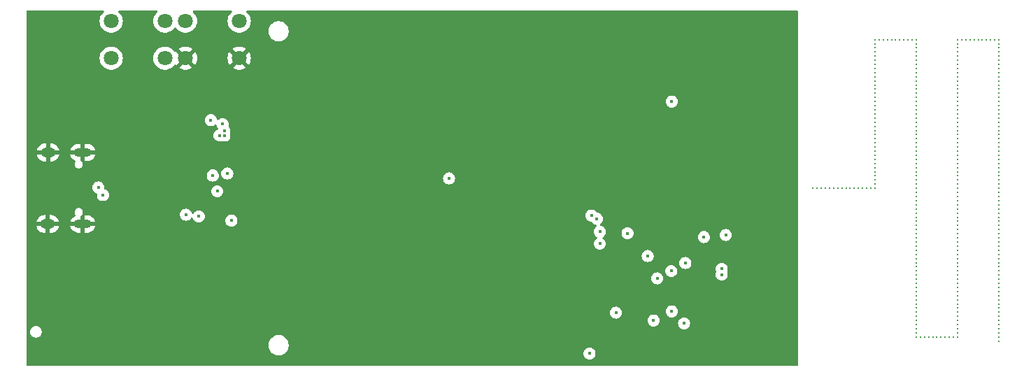
<source format=gbr>
%TF.GenerationSoftware,KiCad,Pcbnew,8.0.4*%
%TF.CreationDate,2024-08-17T13:27:17+02:00*%
%TF.ProjectId,letterboxsensor,6c657474-6572-4626-9f78-73656e736f72,rev?*%
%TF.SameCoordinates,Original*%
%TF.FileFunction,Copper,L3,Inr*%
%TF.FilePolarity,Positive*%
%FSLAX46Y46*%
G04 Gerber Fmt 4.6, Leading zero omitted, Abs format (unit mm)*
G04 Created by KiCad (PCBNEW 8.0.4) date 2024-08-17 13:27:17*
%MOMM*%
%LPD*%
G01*
G04 APERTURE LIST*
%TA.AperFunction,ComponentPad*%
%ADD10O,2.100000X1.100000*%
%TD*%
%TA.AperFunction,ComponentPad*%
%ADD11O,1.800000X1.200000*%
%TD*%
%TA.AperFunction,ComponentPad*%
%ADD12C,1.800000*%
%TD*%
%TA.AperFunction,ComponentPad*%
%ADD13C,0.300000*%
%TD*%
%TA.AperFunction,ViaPad*%
%ADD14C,0.450000*%
%TD*%
G04 APERTURE END LIST*
D10*
%TO.N,GND*%
%TO.C,U1*%
X78313049Y-60665989D03*
D11*
X74112948Y-60665989D03*
D10*
X78313049Y-69316002D03*
D11*
X74058947Y-69333985D03*
%TD*%
D12*
%TO.N,RESET*%
%TO.C,SW2*%
X90750064Y-44750064D03*
X97249936Y-44750064D03*
%TO.N,GND*%
X90750064Y-49249936D03*
X97249936Y-49249936D03*
%TD*%
D13*
%TO.N,Net-(AE1-A)*%
%TO.C,AE1*%
X189200000Y-47000000D03*
X188700000Y-47000000D03*
X188200000Y-47000000D03*
X187700000Y-47000000D03*
X187200000Y-47000000D03*
X186700000Y-47000000D03*
X186200000Y-47000000D03*
X185700000Y-47000000D03*
X185200000Y-47000000D03*
X184700000Y-47000000D03*
X184200000Y-47000000D03*
X179200000Y-47000000D03*
X178700000Y-47000000D03*
X178200000Y-47000000D03*
X177700000Y-47000000D03*
X177200000Y-47000000D03*
X176700000Y-47000000D03*
X176200000Y-47000000D03*
X175700000Y-47000000D03*
X175200000Y-47000000D03*
X174700000Y-47000000D03*
X174200000Y-47000000D03*
X189200000Y-47500000D03*
X184200000Y-47500000D03*
X179200000Y-47500000D03*
X174200000Y-47500000D03*
X189200000Y-48000000D03*
X184200000Y-48000000D03*
X179200000Y-48000000D03*
X174200000Y-48000000D03*
X189200000Y-48500000D03*
X184200000Y-48500000D03*
X179200000Y-48500000D03*
X174200000Y-48500000D03*
X189200000Y-49000000D03*
X184200000Y-49000000D03*
X179200000Y-49000000D03*
X174200000Y-49000000D03*
X189200000Y-49500000D03*
X184200000Y-49500000D03*
X179200000Y-49500000D03*
X174200000Y-49500000D03*
X189200000Y-50000000D03*
X184200000Y-50000000D03*
X179200000Y-50000000D03*
X174200000Y-50000000D03*
X189200000Y-50500000D03*
X184200000Y-50500000D03*
X179200000Y-50500000D03*
X174200000Y-50500000D03*
X189200000Y-51000000D03*
X184200000Y-51000000D03*
X179200000Y-51000000D03*
X174200000Y-51000000D03*
X189200000Y-51500000D03*
X184200000Y-51500000D03*
X179200000Y-51500000D03*
X174200000Y-51500000D03*
X189200000Y-52000000D03*
X184200000Y-52000000D03*
X179200000Y-52000000D03*
X174200000Y-52000000D03*
X189200000Y-52500000D03*
X184200000Y-52500000D03*
X179200000Y-52500000D03*
X174200000Y-52500000D03*
X189200000Y-53000000D03*
X184200000Y-53000000D03*
X179200000Y-53000000D03*
X174200000Y-53000000D03*
X189200000Y-53500000D03*
X184200000Y-53500000D03*
X179200000Y-53500000D03*
X174200000Y-53500000D03*
X189200000Y-54000000D03*
X184200000Y-54000000D03*
X179200000Y-54000000D03*
X174200000Y-54000000D03*
X189200000Y-54500000D03*
X184200000Y-54500000D03*
X179200000Y-54500000D03*
X174200000Y-54500000D03*
X189200000Y-55000000D03*
X184200000Y-55000000D03*
X179200000Y-55000000D03*
X174200000Y-55000000D03*
X189200000Y-55500000D03*
X184200000Y-55500000D03*
X179200000Y-55500000D03*
X174200000Y-55500000D03*
X189200000Y-56000000D03*
X184200000Y-56000000D03*
X179200000Y-56000000D03*
X174200000Y-56000000D03*
X189200000Y-56500000D03*
X184200000Y-56500000D03*
X179200000Y-56500000D03*
X174200000Y-56500000D03*
X189200000Y-57000000D03*
X184200000Y-57000000D03*
X179200000Y-57000000D03*
X174200000Y-57000000D03*
X189200000Y-57500000D03*
X184200000Y-57500000D03*
X179200000Y-57500000D03*
X174200000Y-57500000D03*
X189200000Y-58000000D03*
X184200000Y-58000000D03*
X179200000Y-58000000D03*
X174200000Y-58000000D03*
X189200000Y-58500000D03*
X184200000Y-58500000D03*
X179200000Y-58500000D03*
X174200000Y-58500000D03*
X189200000Y-59000000D03*
X184200000Y-59000000D03*
X179200000Y-59000000D03*
X174200000Y-59000000D03*
X189200000Y-59500000D03*
X184200000Y-59500000D03*
X179200000Y-59500000D03*
X174200000Y-59500000D03*
X189200000Y-60000000D03*
X184200000Y-60000000D03*
X179200000Y-60000000D03*
X174200000Y-60000000D03*
X189200000Y-60500000D03*
X184200000Y-60500000D03*
X179200000Y-60500000D03*
X174200000Y-60500000D03*
X189200000Y-61000000D03*
X184200000Y-61000000D03*
X179200000Y-61000000D03*
X174200000Y-61000000D03*
X189200000Y-61500000D03*
X184200000Y-61500000D03*
X179200000Y-61500000D03*
X174200000Y-61500000D03*
X189200000Y-62000000D03*
X184200000Y-62000000D03*
X179200000Y-62000000D03*
X174200000Y-62000000D03*
X189200000Y-62500000D03*
X184200000Y-62500000D03*
X179200000Y-62500000D03*
X174200000Y-62500000D03*
X189200000Y-63000000D03*
X184200000Y-63000000D03*
X179200000Y-63000000D03*
X174200000Y-63000000D03*
X189200000Y-63500000D03*
X184200000Y-63500000D03*
X179200000Y-63500000D03*
X174200000Y-63500000D03*
X189200000Y-64000000D03*
X184200000Y-64000000D03*
X179200000Y-64000000D03*
X174200000Y-64000000D03*
X189200000Y-64500000D03*
X184200000Y-64500000D03*
X179200000Y-64500000D03*
X174200000Y-64500000D03*
X189200000Y-65000000D03*
X184200000Y-65000000D03*
X179200000Y-65000000D03*
X174200000Y-65000000D03*
X173700000Y-65000000D03*
X173200000Y-65000000D03*
X172700000Y-65000000D03*
X172200000Y-65000000D03*
X171700000Y-65000000D03*
X171200000Y-65000000D03*
X170700000Y-65000000D03*
X170200000Y-65000000D03*
X169700000Y-65000000D03*
X169200000Y-65000000D03*
X168700000Y-65000000D03*
X168200000Y-65000000D03*
X167700000Y-65000000D03*
X167200000Y-65000000D03*
X166700000Y-65000000D03*
X189200000Y-65500000D03*
X184200000Y-65500000D03*
X179200000Y-65500000D03*
X189200000Y-66000000D03*
X184200000Y-66000000D03*
X179200000Y-66000000D03*
X189200000Y-66500000D03*
X184200000Y-66500000D03*
X179200000Y-66500000D03*
X189200000Y-67000000D03*
X184200000Y-67000000D03*
X179200000Y-67000000D03*
X189200000Y-67500000D03*
X184200000Y-67500000D03*
X179200000Y-67500000D03*
X189200000Y-68000000D03*
X184200000Y-68000000D03*
X179200000Y-68000000D03*
X189200000Y-68500000D03*
X184200000Y-68500000D03*
X179200000Y-68500000D03*
X189200000Y-69000000D03*
X184200000Y-69000000D03*
X179200000Y-69000000D03*
X189200000Y-69500000D03*
X184200000Y-69500000D03*
X179200000Y-69500000D03*
X189200000Y-70000000D03*
X184200000Y-70000000D03*
X179200000Y-70000000D03*
X189200000Y-70500000D03*
X184200000Y-70500000D03*
X179200000Y-70500000D03*
X189200000Y-71000000D03*
X184200000Y-71000000D03*
X179200000Y-71000000D03*
X189200000Y-71500000D03*
X184200000Y-71500000D03*
X179200000Y-71500000D03*
X189200000Y-72000000D03*
X184200000Y-72000000D03*
X179200000Y-72000000D03*
X189200000Y-72500000D03*
X184200000Y-72500000D03*
X179200000Y-72500000D03*
X189200000Y-73000000D03*
X184200000Y-73000000D03*
X179200000Y-73000000D03*
X189200000Y-73500000D03*
X184200000Y-73500000D03*
X179200000Y-73500000D03*
X189200000Y-74000000D03*
X184200000Y-74000000D03*
X179200000Y-74000000D03*
X189200000Y-74500000D03*
X184200000Y-74500000D03*
X179200000Y-74500000D03*
X189200000Y-75000000D03*
X184200000Y-75000000D03*
X179200000Y-75000000D03*
X189200000Y-75500000D03*
X184200000Y-75500000D03*
X179200000Y-75500000D03*
X189200000Y-76000000D03*
X184200000Y-76000000D03*
X179200000Y-76000000D03*
X189200000Y-76500000D03*
X184200000Y-76500000D03*
X179200000Y-76500000D03*
X189200000Y-77000000D03*
X184200000Y-77000000D03*
X179200000Y-77000000D03*
X189200000Y-77500000D03*
X184200000Y-77500000D03*
X179200000Y-77500000D03*
X189200000Y-78000000D03*
X184200000Y-78000000D03*
X179200000Y-78000000D03*
X189200000Y-78500000D03*
X184200000Y-78500000D03*
X179200000Y-78500000D03*
X189200000Y-79000000D03*
X184200000Y-79000000D03*
X179200000Y-79000000D03*
X189200000Y-79500000D03*
X184200000Y-79500000D03*
X179200000Y-79500000D03*
X189200000Y-80000000D03*
X184200000Y-80000000D03*
X179200000Y-80000000D03*
X189200000Y-80500000D03*
X184200000Y-80500000D03*
X179200000Y-80500000D03*
X189200000Y-81000000D03*
X184200000Y-81000000D03*
X179200000Y-81000000D03*
X189200000Y-81500000D03*
X184200000Y-81500000D03*
X179200000Y-81500000D03*
X189200000Y-82000000D03*
X184200000Y-82000000D03*
X179200000Y-82000000D03*
X189200000Y-82500000D03*
X184200000Y-82500000D03*
X179200000Y-82500000D03*
X189200000Y-83000000D03*
X184200000Y-83000000D03*
X183700000Y-83000000D03*
X183200000Y-83000000D03*
X182700000Y-83000000D03*
X182200000Y-83000000D03*
X181700000Y-83000000D03*
X181200000Y-83000000D03*
X180700000Y-83000000D03*
X180200000Y-83000000D03*
X179700000Y-83000000D03*
X179200000Y-83000000D03*
X189200000Y-83500000D03*
%TD*%
D12*
%TO.N,BOOT*%
%TO.C,SW1*%
X81750064Y-44750064D03*
X88249936Y-44750064D03*
%TO.N,+3V3*%
X81750064Y-49249936D03*
X88249936Y-49249936D03*
%TD*%
D14*
%TO.N,+3V3*%
X139650000Y-85000000D03*
X122650000Y-63800000D03*
X149600000Y-54500000D03*
%TO.N,GND*%
X84200000Y-68250000D03*
X80550000Y-60800000D03*
X81200000Y-69000000D03*
X105450000Y-58700000D03*
X126050000Y-73600000D03*
X78500000Y-53300000D03*
X143000000Y-44550000D03*
X119500000Y-73350000D03*
X90050000Y-61200000D03*
X145950000Y-65700000D03*
X141950000Y-74800000D03*
X93050000Y-60500000D03*
X146900000Y-85450000D03*
X83550000Y-63200000D03*
X153450000Y-65600000D03*
X152600000Y-80100000D03*
X145900000Y-64650000D03*
X154350000Y-60100000D03*
X95400000Y-65900000D03*
%TO.N,CBUS1*%
X94050000Y-63450000D03*
X90800000Y-68200000D03*
%TO.N,ADC3*%
X149600000Y-79900000D03*
X142850000Y-80050000D03*
%TO.N,3V3USB*%
X94600000Y-65350000D03*
X95800000Y-63200000D03*
%TO.N,GPIO1*%
X94850000Y-58600000D03*
X151250000Y-74050000D03*
%TO.N,ADC2*%
X153500000Y-70900000D03*
X95450501Y-58612895D03*
%TO.N,DP*%
X80200000Y-64900000D03*
X80750000Y-65816046D03*
%TO.N,BOOT*%
X139900000Y-68300000D03*
X95231409Y-57218591D03*
%TO.N,RESET*%
X140900000Y-70250000D03*
X93800000Y-56750000D03*
X140900000Y-71700000D03*
X140550000Y-68700000D03*
%TO.N,GPIO4*%
X144250000Y-70450000D03*
X147400000Y-81000000D03*
X146700000Y-73200000D03*
X151100000Y-81350000D03*
%TO.N,GPIO2*%
X156150000Y-70650000D03*
X95437606Y-58012394D03*
%TO.N,TX*%
X147850000Y-75900000D03*
X96300000Y-68900000D03*
X149550000Y-75000000D03*
X155650000Y-74750000D03*
%TO.N,RX*%
X155650000Y-75450000D03*
X92350000Y-68400000D03*
%TD*%
%TA.AperFunction,Conductor*%
%TO.N,GND*%
G36*
X80819732Y-43490185D02*
G01*
X80865487Y-43542989D01*
X80875431Y-43612147D01*
X80846406Y-43675703D01*
X80828855Y-43692354D01*
X80798281Y-43716150D01*
X80641080Y-43886916D01*
X80514139Y-44081215D01*
X80420906Y-44293763D01*
X80363930Y-44518755D01*
X80363928Y-44518766D01*
X80344764Y-44750057D01*
X80344764Y-44750070D01*
X80363928Y-44981361D01*
X80363930Y-44981372D01*
X80420906Y-45206364D01*
X80514139Y-45418912D01*
X80641080Y-45613211D01*
X80641083Y-45613215D01*
X80641085Y-45613217D01*
X80798280Y-45783977D01*
X80798283Y-45783979D01*
X80798286Y-45783982D01*
X80981429Y-45926528D01*
X80981435Y-45926532D01*
X80981438Y-45926534D01*
X81185561Y-46037000D01*
X81299551Y-46076132D01*
X81405079Y-46112361D01*
X81405081Y-46112361D01*
X81405083Y-46112362D01*
X81634015Y-46150564D01*
X81634016Y-46150564D01*
X81866112Y-46150564D01*
X81866113Y-46150564D01*
X82095045Y-46112362D01*
X82314567Y-46037000D01*
X82518690Y-45926534D01*
X82548421Y-45903394D01*
X82580193Y-45878664D01*
X82701848Y-45783977D01*
X82859043Y-45613217D01*
X82985988Y-45418913D01*
X83079221Y-45206364D01*
X83136198Y-44981369D01*
X83138785Y-44950147D01*
X83155364Y-44750070D01*
X83155364Y-44750057D01*
X83136199Y-44518766D01*
X83136197Y-44518755D01*
X83079221Y-44293763D01*
X82985988Y-44081215D01*
X82859047Y-43886916D01*
X82859044Y-43886913D01*
X82859043Y-43886911D01*
X82701848Y-43716151D01*
X82671272Y-43692353D01*
X82630460Y-43635643D01*
X82626785Y-43565870D01*
X82661416Y-43505187D01*
X82723358Y-43472860D01*
X82747435Y-43470500D01*
X87252565Y-43470500D01*
X87319604Y-43490185D01*
X87365359Y-43542989D01*
X87375303Y-43612147D01*
X87346278Y-43675703D01*
X87328727Y-43692354D01*
X87298153Y-43716150D01*
X87140952Y-43886916D01*
X87014011Y-44081215D01*
X86920778Y-44293763D01*
X86863802Y-44518755D01*
X86863800Y-44518766D01*
X86844636Y-44750057D01*
X86844636Y-44750070D01*
X86863800Y-44981361D01*
X86863802Y-44981372D01*
X86920778Y-45206364D01*
X87014011Y-45418912D01*
X87140952Y-45613211D01*
X87140955Y-45613215D01*
X87140957Y-45613217D01*
X87298152Y-45783977D01*
X87298155Y-45783979D01*
X87298158Y-45783982D01*
X87481301Y-45926528D01*
X87481307Y-45926532D01*
X87481310Y-45926534D01*
X87685433Y-46037000D01*
X87799423Y-46076132D01*
X87904951Y-46112361D01*
X87904953Y-46112361D01*
X87904955Y-46112362D01*
X88133887Y-46150564D01*
X88133888Y-46150564D01*
X88365984Y-46150564D01*
X88365985Y-46150564D01*
X88594917Y-46112362D01*
X88814439Y-46037000D01*
X89018562Y-45926534D01*
X89048293Y-45903394D01*
X89080065Y-45878664D01*
X89201720Y-45783977D01*
X89358915Y-45613217D01*
X89396191Y-45556162D01*
X89449337Y-45510805D01*
X89518569Y-45501381D01*
X89581904Y-45530883D01*
X89603809Y-45556162D01*
X89641080Y-45613211D01*
X89641083Y-45613215D01*
X89641085Y-45613217D01*
X89798280Y-45783977D01*
X89798283Y-45783979D01*
X89798286Y-45783982D01*
X89981429Y-45926528D01*
X89981435Y-45926532D01*
X89981438Y-45926534D01*
X90185561Y-46037000D01*
X90299551Y-46076132D01*
X90405079Y-46112361D01*
X90405081Y-46112361D01*
X90405083Y-46112362D01*
X90634015Y-46150564D01*
X90634016Y-46150564D01*
X90866112Y-46150564D01*
X90866113Y-46150564D01*
X91095045Y-46112362D01*
X91314567Y-46037000D01*
X91518690Y-45926534D01*
X91548421Y-45903394D01*
X91580193Y-45878664D01*
X91701848Y-45783977D01*
X91859043Y-45613217D01*
X91985988Y-45418913D01*
X92079221Y-45206364D01*
X92136198Y-44981369D01*
X92138785Y-44950147D01*
X92155364Y-44750070D01*
X92155364Y-44750057D01*
X92136199Y-44518766D01*
X92136197Y-44518755D01*
X92079221Y-44293763D01*
X91985988Y-44081215D01*
X91859047Y-43886916D01*
X91859044Y-43886913D01*
X91859043Y-43886911D01*
X91701848Y-43716151D01*
X91671272Y-43692353D01*
X91630460Y-43635643D01*
X91626785Y-43565870D01*
X91661416Y-43505187D01*
X91723358Y-43472860D01*
X91747435Y-43470500D01*
X96252565Y-43470500D01*
X96319604Y-43490185D01*
X96365359Y-43542989D01*
X96375303Y-43612147D01*
X96346278Y-43675703D01*
X96328727Y-43692354D01*
X96298153Y-43716150D01*
X96140952Y-43886916D01*
X96014011Y-44081215D01*
X95920778Y-44293763D01*
X95863802Y-44518755D01*
X95863800Y-44518766D01*
X95844636Y-44750057D01*
X95844636Y-44750070D01*
X95863800Y-44981361D01*
X95863802Y-44981372D01*
X95920778Y-45206364D01*
X96014011Y-45418912D01*
X96140952Y-45613211D01*
X96140955Y-45613215D01*
X96140957Y-45613217D01*
X96298152Y-45783977D01*
X96298155Y-45783979D01*
X96298158Y-45783982D01*
X96481301Y-45926528D01*
X96481307Y-45926532D01*
X96481310Y-45926534D01*
X96685433Y-46037000D01*
X96799423Y-46076132D01*
X96904951Y-46112361D01*
X96904953Y-46112361D01*
X96904955Y-46112362D01*
X97133887Y-46150564D01*
X97133888Y-46150564D01*
X97365984Y-46150564D01*
X97365985Y-46150564D01*
X97594917Y-46112362D01*
X97814439Y-46037000D01*
X98018562Y-45926534D01*
X98048293Y-45903394D01*
X98048301Y-45903388D01*
X100772500Y-45903388D01*
X100772500Y-46096611D01*
X100802725Y-46287441D01*
X100862429Y-46471194D01*
X100950147Y-46643349D01*
X101063715Y-46799663D01*
X101200336Y-46936284D01*
X101356650Y-47049852D01*
X101528805Y-47137570D01*
X101620681Y-47167422D01*
X101712560Y-47197275D01*
X101800943Y-47211273D01*
X101903389Y-47227500D01*
X101903394Y-47227500D01*
X102096611Y-47227500D01*
X102189123Y-47212846D01*
X102287440Y-47197275D01*
X102471197Y-47137569D01*
X102643350Y-47049852D01*
X102799663Y-46936285D01*
X102936285Y-46799663D01*
X103049852Y-46643350D01*
X103137569Y-46471197D01*
X103197275Y-46287440D01*
X103225005Y-46112361D01*
X103227500Y-46096611D01*
X103227500Y-45903388D01*
X103208586Y-45783977D01*
X103197275Y-45712560D01*
X103164995Y-45613211D01*
X103137570Y-45528805D01*
X103049852Y-45356650D01*
X102936284Y-45200336D01*
X102799663Y-45063715D01*
X102643349Y-44950147D01*
X102471194Y-44862429D01*
X102287441Y-44802725D01*
X102096611Y-44772500D01*
X102096606Y-44772500D01*
X101903394Y-44772500D01*
X101903389Y-44772500D01*
X101712558Y-44802725D01*
X101528805Y-44862429D01*
X101356650Y-44950147D01*
X101200336Y-45063715D01*
X101063715Y-45200336D01*
X100950147Y-45356650D01*
X100862429Y-45528805D01*
X100802725Y-45712558D01*
X100772500Y-45903388D01*
X98048301Y-45903388D01*
X98080065Y-45878664D01*
X98201720Y-45783977D01*
X98358915Y-45613217D01*
X98485860Y-45418913D01*
X98579093Y-45206364D01*
X98636070Y-44981369D01*
X98638657Y-44950147D01*
X98655236Y-44750070D01*
X98655236Y-44750057D01*
X98636071Y-44518766D01*
X98636069Y-44518755D01*
X98579093Y-44293763D01*
X98485860Y-44081215D01*
X98358919Y-43886916D01*
X98358916Y-43886913D01*
X98358915Y-43886911D01*
X98201720Y-43716151D01*
X98171144Y-43692353D01*
X98130332Y-43635643D01*
X98126657Y-43565870D01*
X98161288Y-43505187D01*
X98223230Y-43472860D01*
X98247307Y-43470500D01*
X164786000Y-43470500D01*
X164853039Y-43490185D01*
X164898794Y-43542989D01*
X164910000Y-43594500D01*
X164910000Y-86405500D01*
X164890315Y-86472539D01*
X164837511Y-86518294D01*
X164786000Y-86529500D01*
X71594500Y-86529500D01*
X71527461Y-86509815D01*
X71481706Y-86457011D01*
X71470500Y-86405500D01*
X71470500Y-83903388D01*
X100772500Y-83903388D01*
X100772500Y-84096611D01*
X100802725Y-84287441D01*
X100862429Y-84471194D01*
X100950147Y-84643349D01*
X101063715Y-84799663D01*
X101200337Y-84936285D01*
X101288034Y-85000000D01*
X101356650Y-85049852D01*
X101528805Y-85137570D01*
X101605413Y-85162461D01*
X101712560Y-85197275D01*
X101800943Y-85211273D01*
X101903389Y-85227500D01*
X101903394Y-85227500D01*
X102096611Y-85227500D01*
X102189123Y-85212846D01*
X102287440Y-85197275D01*
X102471197Y-85137569D01*
X102643350Y-85049852D01*
X102711972Y-84999996D01*
X138919909Y-84999996D01*
X138919909Y-85000003D01*
X138938212Y-85162455D01*
X138992210Y-85316774D01*
X138992211Y-85316775D01*
X139079192Y-85455204D01*
X139194796Y-85570808D01*
X139333225Y-85657789D01*
X139487539Y-85711786D01*
X139487542Y-85711786D01*
X139487544Y-85711787D01*
X139649996Y-85730091D01*
X139650000Y-85730091D01*
X139650004Y-85730091D01*
X139812455Y-85711787D01*
X139812456Y-85711786D01*
X139812461Y-85711786D01*
X139966775Y-85657789D01*
X140105204Y-85570808D01*
X140220808Y-85455204D01*
X140307789Y-85316775D01*
X140361786Y-85162461D01*
X140380091Y-85000000D01*
X140361786Y-84837539D01*
X140307789Y-84683225D01*
X140220808Y-84544796D01*
X140105204Y-84429192D01*
X139966774Y-84342210D01*
X139812455Y-84288212D01*
X139650004Y-84269909D01*
X139649996Y-84269909D01*
X139487544Y-84288212D01*
X139333225Y-84342210D01*
X139194795Y-84429192D01*
X139079192Y-84544795D01*
X138992210Y-84683225D01*
X138938212Y-84837544D01*
X138919909Y-84999996D01*
X102711972Y-84999996D01*
X102799663Y-84936285D01*
X102936285Y-84799663D01*
X103049852Y-84643350D01*
X103137569Y-84471197D01*
X103197275Y-84287440D01*
X103212846Y-84189123D01*
X103227500Y-84096611D01*
X103227500Y-83903388D01*
X103209916Y-83792373D01*
X103197275Y-83712560D01*
X103137569Y-83528803D01*
X103049852Y-83356650D01*
X102936285Y-83200337D01*
X102799663Y-83063715D01*
X102643350Y-82950148D01*
X102643351Y-82950148D01*
X102643349Y-82950147D01*
X102471194Y-82862429D01*
X102287441Y-82802725D01*
X102096611Y-82772500D01*
X102096606Y-82772500D01*
X101903394Y-82772500D01*
X101903389Y-82772500D01*
X101712558Y-82802725D01*
X101528805Y-82862429D01*
X101356650Y-82950147D01*
X101200336Y-83063715D01*
X101063715Y-83200336D01*
X100950147Y-83356650D01*
X100862429Y-83528805D01*
X100802725Y-83712558D01*
X100772500Y-83903388D01*
X71470500Y-83903388D01*
X71470500Y-82310706D01*
X71946500Y-82310706D01*
X71946500Y-82449293D01*
X71973533Y-82585195D01*
X71973536Y-82585207D01*
X72026562Y-82713225D01*
X72026569Y-82713238D01*
X72103555Y-82828454D01*
X72103558Y-82828458D01*
X72201541Y-82926441D01*
X72201545Y-82926444D01*
X72316761Y-83003430D01*
X72316774Y-83003437D01*
X72444792Y-83056463D01*
X72444797Y-83056465D01*
X72580706Y-83083499D01*
X72580709Y-83083500D01*
X72580711Y-83083500D01*
X72719291Y-83083500D01*
X72719292Y-83083499D01*
X72855203Y-83056465D01*
X72983232Y-83003434D01*
X73098455Y-82926444D01*
X73196444Y-82828455D01*
X73273434Y-82713232D01*
X73326465Y-82585203D01*
X73353500Y-82449289D01*
X73353500Y-82310711D01*
X73353500Y-82310708D01*
X73353499Y-82310706D01*
X73326466Y-82174804D01*
X73326465Y-82174797D01*
X73279655Y-82061786D01*
X73273437Y-82046774D01*
X73273430Y-82046761D01*
X73196444Y-81931545D01*
X73196441Y-81931541D01*
X73098458Y-81833558D01*
X73098454Y-81833555D01*
X72983238Y-81756569D01*
X72983225Y-81756562D01*
X72855207Y-81703536D01*
X72855195Y-81703533D01*
X72719292Y-81676500D01*
X72719289Y-81676500D01*
X72580711Y-81676500D01*
X72580708Y-81676500D01*
X72444804Y-81703533D01*
X72444792Y-81703536D01*
X72316774Y-81756562D01*
X72316761Y-81756569D01*
X72201545Y-81833555D01*
X72201541Y-81833558D01*
X72103558Y-81931541D01*
X72103555Y-81931545D01*
X72026569Y-82046761D01*
X72026562Y-82046774D01*
X71973536Y-82174792D01*
X71973533Y-82174804D01*
X71946500Y-82310706D01*
X71470500Y-82310706D01*
X71470500Y-80999996D01*
X146669909Y-80999996D01*
X146669909Y-81000003D01*
X146688212Y-81162455D01*
X146742210Y-81316774D01*
X146829192Y-81455204D01*
X146944796Y-81570808D01*
X147083225Y-81657789D01*
X147237539Y-81711786D01*
X147237542Y-81711786D01*
X147237544Y-81711787D01*
X147399996Y-81730091D01*
X147400000Y-81730091D01*
X147400004Y-81730091D01*
X147562455Y-81711787D01*
X147562456Y-81711786D01*
X147562461Y-81711786D01*
X147716775Y-81657789D01*
X147855204Y-81570808D01*
X147970808Y-81455204D01*
X148036915Y-81349996D01*
X150369909Y-81349996D01*
X150369909Y-81350003D01*
X150388212Y-81512455D01*
X150442210Y-81666774D01*
X150529192Y-81805204D01*
X150644796Y-81920808D01*
X150783225Y-82007789D01*
X150937539Y-82061786D01*
X150937542Y-82061786D01*
X150937544Y-82061787D01*
X151099996Y-82080091D01*
X151100000Y-82080091D01*
X151100004Y-82080091D01*
X151262455Y-82061787D01*
X151262456Y-82061786D01*
X151262461Y-82061786D01*
X151416775Y-82007789D01*
X151555204Y-81920808D01*
X151670808Y-81805204D01*
X151757789Y-81666775D01*
X151811786Y-81512461D01*
X151811787Y-81512455D01*
X151830091Y-81350003D01*
X151830091Y-81349996D01*
X151811787Y-81187544D01*
X151811786Y-81187542D01*
X151811786Y-81187539D01*
X151757789Y-81033225D01*
X151670808Y-80894796D01*
X151555204Y-80779192D01*
X151527503Y-80761786D01*
X151416774Y-80692210D01*
X151262455Y-80638212D01*
X151100004Y-80619909D01*
X151099996Y-80619909D01*
X150937544Y-80638212D01*
X150783225Y-80692210D01*
X150644795Y-80779192D01*
X150529192Y-80894795D01*
X150442210Y-81033225D01*
X150388212Y-81187544D01*
X150369909Y-81349996D01*
X148036915Y-81349996D01*
X148057789Y-81316775D01*
X148111786Y-81162461D01*
X148111787Y-81162455D01*
X148130091Y-81000003D01*
X148130091Y-80999996D01*
X148111787Y-80837544D01*
X148111786Y-80837542D01*
X148111786Y-80837539D01*
X148057789Y-80683225D01*
X147970808Y-80544796D01*
X147855204Y-80429192D01*
X147716774Y-80342210D01*
X147562455Y-80288212D01*
X147400004Y-80269909D01*
X147399996Y-80269909D01*
X147237544Y-80288212D01*
X147083225Y-80342210D01*
X146944795Y-80429192D01*
X146829192Y-80544795D01*
X146742210Y-80683225D01*
X146688212Y-80837544D01*
X146669909Y-80999996D01*
X71470500Y-80999996D01*
X71470500Y-80049996D01*
X142119909Y-80049996D01*
X142119909Y-80050003D01*
X142138212Y-80212455D01*
X142192210Y-80366774D01*
X142192211Y-80366775D01*
X142279192Y-80505204D01*
X142394796Y-80620808D01*
X142533225Y-80707789D01*
X142687539Y-80761786D01*
X142687542Y-80761786D01*
X142687544Y-80761787D01*
X142849996Y-80780091D01*
X142850000Y-80780091D01*
X142850004Y-80780091D01*
X143012455Y-80761787D01*
X143012456Y-80761786D01*
X143012461Y-80761786D01*
X143166775Y-80707789D01*
X143305204Y-80620808D01*
X143420808Y-80505204D01*
X143507789Y-80366775D01*
X143561786Y-80212461D01*
X143580091Y-80050000D01*
X143563190Y-79900003D01*
X143563189Y-79899996D01*
X148869909Y-79899996D01*
X148869909Y-79900003D01*
X148888212Y-80062455D01*
X148942210Y-80216774D01*
X148942211Y-80216775D01*
X149029192Y-80355204D01*
X149144796Y-80470808D01*
X149283225Y-80557789D01*
X149437539Y-80611786D01*
X149437542Y-80611786D01*
X149437544Y-80611787D01*
X149599996Y-80630091D01*
X149600000Y-80630091D01*
X149600004Y-80630091D01*
X149762455Y-80611787D01*
X149762456Y-80611786D01*
X149762461Y-80611786D01*
X149916775Y-80557789D01*
X150055204Y-80470808D01*
X150170808Y-80355204D01*
X150257789Y-80216775D01*
X150311786Y-80062461D01*
X150313190Y-80050000D01*
X150330091Y-79900003D01*
X150330091Y-79899996D01*
X150311787Y-79737544D01*
X150311786Y-79737542D01*
X150311786Y-79737539D01*
X150257789Y-79583225D01*
X150170808Y-79444796D01*
X150055204Y-79329192D01*
X150040430Y-79319909D01*
X149916774Y-79242210D01*
X149762455Y-79188212D01*
X149600004Y-79169909D01*
X149599996Y-79169909D01*
X149437544Y-79188212D01*
X149283225Y-79242210D01*
X149144795Y-79329192D01*
X149029192Y-79444795D01*
X148942210Y-79583225D01*
X148888212Y-79737544D01*
X148869909Y-79899996D01*
X143563189Y-79899996D01*
X143561787Y-79887544D01*
X143561786Y-79887542D01*
X143561786Y-79887539D01*
X143507789Y-79733225D01*
X143420808Y-79594796D01*
X143305204Y-79479192D01*
X143250462Y-79444795D01*
X143166774Y-79392210D01*
X143012455Y-79338212D01*
X142850004Y-79319909D01*
X142849996Y-79319909D01*
X142687544Y-79338212D01*
X142533225Y-79392210D01*
X142394795Y-79479192D01*
X142279192Y-79594795D01*
X142192210Y-79733225D01*
X142138212Y-79887544D01*
X142119909Y-80049996D01*
X71470500Y-80049996D01*
X71470500Y-75899996D01*
X147119909Y-75899996D01*
X147119909Y-75900003D01*
X147138212Y-76062455D01*
X147192210Y-76216774D01*
X147192211Y-76216775D01*
X147279192Y-76355204D01*
X147394796Y-76470808D01*
X147533225Y-76557789D01*
X147687539Y-76611786D01*
X147687542Y-76611786D01*
X147687544Y-76611787D01*
X147849996Y-76630091D01*
X147850000Y-76630091D01*
X147850004Y-76630091D01*
X148012455Y-76611787D01*
X148012456Y-76611786D01*
X148012461Y-76611786D01*
X148166775Y-76557789D01*
X148305204Y-76470808D01*
X148420808Y-76355204D01*
X148507789Y-76216775D01*
X148561786Y-76062461D01*
X148561787Y-76062455D01*
X148580091Y-75900003D01*
X148580091Y-75899996D01*
X148561787Y-75737544D01*
X148561786Y-75737542D01*
X148561786Y-75737539D01*
X148507789Y-75583225D01*
X148420808Y-75444796D01*
X148305204Y-75329192D01*
X148238914Y-75287539D01*
X148166774Y-75242210D01*
X148012455Y-75188212D01*
X147850004Y-75169909D01*
X147849996Y-75169909D01*
X147687544Y-75188212D01*
X147533225Y-75242210D01*
X147394795Y-75329192D01*
X147279192Y-75444795D01*
X147192210Y-75583225D01*
X147138212Y-75737544D01*
X147119909Y-75899996D01*
X71470500Y-75899996D01*
X71470500Y-74999996D01*
X148819909Y-74999996D01*
X148819909Y-75000003D01*
X148838212Y-75162455D01*
X148892210Y-75316774D01*
X148892211Y-75316775D01*
X148979192Y-75455204D01*
X149094796Y-75570808D01*
X149233225Y-75657789D01*
X149387539Y-75711786D01*
X149387542Y-75711786D01*
X149387544Y-75711787D01*
X149549996Y-75730091D01*
X149550000Y-75730091D01*
X149550004Y-75730091D01*
X149712455Y-75711787D01*
X149712456Y-75711786D01*
X149712461Y-75711786D01*
X149866775Y-75657789D01*
X150005204Y-75570808D01*
X150120808Y-75455204D01*
X150207789Y-75316775D01*
X150261786Y-75162461D01*
X150264209Y-75140955D01*
X150280091Y-75000003D01*
X150280091Y-74999996D01*
X150261787Y-74837544D01*
X150261786Y-74837542D01*
X150261786Y-74837539D01*
X150207789Y-74683225D01*
X150120808Y-74544796D01*
X150005204Y-74429192D01*
X149866774Y-74342210D01*
X149712455Y-74288212D01*
X149550004Y-74269909D01*
X149549996Y-74269909D01*
X149387544Y-74288212D01*
X149233225Y-74342210D01*
X149094795Y-74429192D01*
X148979192Y-74544795D01*
X148892210Y-74683225D01*
X148838212Y-74837544D01*
X148819909Y-74999996D01*
X71470500Y-74999996D01*
X71470500Y-74049996D01*
X150519909Y-74049996D01*
X150519909Y-74050003D01*
X150538212Y-74212455D01*
X150592210Y-74366774D01*
X150592211Y-74366775D01*
X150679192Y-74505204D01*
X150794796Y-74620808D01*
X150933225Y-74707789D01*
X151087539Y-74761786D01*
X151087542Y-74761786D01*
X151087544Y-74761787D01*
X151249996Y-74780091D01*
X151250000Y-74780091D01*
X151250004Y-74780091D01*
X151412455Y-74761787D01*
X151412456Y-74761786D01*
X151412461Y-74761786D01*
X151446155Y-74749996D01*
X154919909Y-74749996D01*
X154919909Y-74750003D01*
X154938212Y-74912455D01*
X154989506Y-75059046D01*
X154993067Y-75128825D01*
X154989506Y-75140954D01*
X154938212Y-75287544D01*
X154919909Y-75449996D01*
X154919909Y-75450003D01*
X154938212Y-75612455D01*
X154992210Y-75766774D01*
X154992211Y-75766775D01*
X155079192Y-75905204D01*
X155194796Y-76020808D01*
X155333225Y-76107789D01*
X155487539Y-76161786D01*
X155487542Y-76161786D01*
X155487544Y-76161787D01*
X155649996Y-76180091D01*
X155650000Y-76180091D01*
X155650004Y-76180091D01*
X155812455Y-76161787D01*
X155812456Y-76161786D01*
X155812461Y-76161786D01*
X155966775Y-76107789D01*
X156105204Y-76020808D01*
X156220808Y-75905204D01*
X156307789Y-75766775D01*
X156361786Y-75612461D01*
X156365080Y-75583225D01*
X156380091Y-75450003D01*
X156380091Y-75449996D01*
X156361787Y-75287542D01*
X156345925Y-75242211D01*
X156310492Y-75140952D01*
X156306930Y-75071177D01*
X156310488Y-75059060D01*
X156361786Y-74912461D01*
X156361786Y-74912459D01*
X156361787Y-74912457D01*
X156380091Y-74750003D01*
X156380091Y-74749996D01*
X156361787Y-74587544D01*
X156361786Y-74587542D01*
X156361786Y-74587539D01*
X156307789Y-74433225D01*
X156220808Y-74294796D01*
X156105204Y-74179192D01*
X155966774Y-74092210D01*
X155812455Y-74038212D01*
X155650004Y-74019909D01*
X155649996Y-74019909D01*
X155487544Y-74038212D01*
X155333225Y-74092210D01*
X155194795Y-74179192D01*
X155079192Y-74294795D01*
X154992210Y-74433225D01*
X154938212Y-74587544D01*
X154919909Y-74749996D01*
X151446155Y-74749996D01*
X151566775Y-74707789D01*
X151705204Y-74620808D01*
X151820808Y-74505204D01*
X151907789Y-74366775D01*
X151961786Y-74212461D01*
X151980091Y-74050000D01*
X151966580Y-73930091D01*
X151961787Y-73887544D01*
X151961786Y-73887542D01*
X151961786Y-73887539D01*
X151907789Y-73733225D01*
X151820808Y-73594796D01*
X151705204Y-73479192D01*
X151566774Y-73392210D01*
X151412455Y-73338212D01*
X151250004Y-73319909D01*
X151249996Y-73319909D01*
X151087544Y-73338212D01*
X150933225Y-73392210D01*
X150794795Y-73479192D01*
X150679192Y-73594795D01*
X150592210Y-73733225D01*
X150538212Y-73887544D01*
X150519909Y-74049996D01*
X71470500Y-74049996D01*
X71470500Y-73199996D01*
X145969909Y-73199996D01*
X145969909Y-73200003D01*
X145988212Y-73362455D01*
X146042210Y-73516774D01*
X146042211Y-73516775D01*
X146129192Y-73655204D01*
X146244796Y-73770808D01*
X146383225Y-73857789D01*
X146537539Y-73911786D01*
X146537542Y-73911786D01*
X146537544Y-73911787D01*
X146699996Y-73930091D01*
X146700000Y-73930091D01*
X146700004Y-73930091D01*
X146862455Y-73911787D01*
X146862456Y-73911786D01*
X146862461Y-73911786D01*
X147016775Y-73857789D01*
X147155204Y-73770808D01*
X147270808Y-73655204D01*
X147357789Y-73516775D01*
X147411786Y-73362461D01*
X147414518Y-73338214D01*
X147430091Y-73200003D01*
X147430091Y-73199996D01*
X147411787Y-73037544D01*
X147411786Y-73037542D01*
X147411786Y-73037539D01*
X147357789Y-72883225D01*
X147270808Y-72744796D01*
X147155204Y-72629192D01*
X147016774Y-72542210D01*
X146862455Y-72488212D01*
X146700004Y-72469909D01*
X146699996Y-72469909D01*
X146537544Y-72488212D01*
X146383225Y-72542210D01*
X146244795Y-72629192D01*
X146129192Y-72744795D01*
X146042210Y-72883225D01*
X145988212Y-73037544D01*
X145969909Y-73199996D01*
X71470500Y-73199996D01*
X71470500Y-69083984D01*
X72684831Y-69083984D01*
X72684832Y-69083985D01*
X73463967Y-69083985D01*
X73428880Y-69119072D01*
X73382800Y-69198885D01*
X73358947Y-69287905D01*
X73358947Y-69380065D01*
X73382800Y-69469085D01*
X73428880Y-69548898D01*
X73463967Y-69583985D01*
X72684832Y-69583985D01*
X72686032Y-69591569D01*
X72739538Y-69756240D01*
X72818142Y-69910509D01*
X72919914Y-70050587D01*
X73042344Y-70173017D01*
X73182422Y-70274789D01*
X73336689Y-70353393D01*
X73501362Y-70406899D01*
X73672376Y-70433985D01*
X73808947Y-70433985D01*
X73808947Y-69683998D01*
X74308947Y-69683998D01*
X74308947Y-70433985D01*
X74445518Y-70433985D01*
X74616531Y-70406899D01*
X74781204Y-70353393D01*
X74935471Y-70274789D01*
X75075549Y-70173017D01*
X75197979Y-70050587D01*
X75299751Y-69910509D01*
X75378355Y-69756240D01*
X75431861Y-69591569D01*
X75433062Y-69583985D01*
X74653927Y-69583985D01*
X74689014Y-69548898D01*
X74735094Y-69469085D01*
X74758947Y-69380065D01*
X74758947Y-69287905D01*
X74735094Y-69198885D01*
X74689014Y-69119072D01*
X74653927Y-69083985D01*
X75433062Y-69083985D01*
X75433062Y-69083984D01*
X75431861Y-69076400D01*
X75428482Y-69066002D01*
X76792206Y-69066002D01*
X77568069Y-69066002D01*
X77532982Y-69101089D01*
X77486902Y-69180902D01*
X77463049Y-69269922D01*
X77463049Y-69362082D01*
X77486902Y-69451102D01*
X77532982Y-69530915D01*
X77568069Y-69566002D01*
X76792206Y-69566002D01*
X76803399Y-69622276D01*
X76803400Y-69622278D01*
X76882549Y-69813360D01*
X76882554Y-69813370D01*
X76997459Y-69985337D01*
X76997462Y-69985341D01*
X77143709Y-70131588D01*
X77143713Y-70131591D01*
X77315680Y-70246496D01*
X77315690Y-70246501D01*
X77506774Y-70325651D01*
X77506782Y-70325653D01*
X77709628Y-70366001D01*
X77709632Y-70366002D01*
X78063049Y-70366002D01*
X78063049Y-69666015D01*
X78563049Y-69666015D01*
X78563049Y-70366002D01*
X78916466Y-70366002D01*
X78916469Y-70366001D01*
X79119315Y-70325653D01*
X79119323Y-70325651D01*
X79310407Y-70246501D01*
X79310417Y-70246496D01*
X79482384Y-70131591D01*
X79482388Y-70131588D01*
X79628635Y-69985341D01*
X79628638Y-69985337D01*
X79743543Y-69813370D01*
X79743548Y-69813360D01*
X79822697Y-69622278D01*
X79822698Y-69622276D01*
X79833892Y-69566002D01*
X79058029Y-69566002D01*
X79093116Y-69530915D01*
X79139196Y-69451102D01*
X79163049Y-69362082D01*
X79163049Y-69269922D01*
X79139196Y-69180902D01*
X79093116Y-69101089D01*
X79058029Y-69066002D01*
X79833892Y-69066002D01*
X79822698Y-69009727D01*
X79822697Y-69009725D01*
X79743548Y-68818643D01*
X79743543Y-68818633D01*
X79628638Y-68646666D01*
X79628635Y-68646662D01*
X79482388Y-68500415D01*
X79482384Y-68500412D01*
X79310417Y-68385507D01*
X79310407Y-68385502D01*
X79119323Y-68306352D01*
X79119315Y-68306350D01*
X78916469Y-68266002D01*
X78563049Y-68266002D01*
X78563049Y-68965989D01*
X78063049Y-68965989D01*
X78063049Y-68388441D01*
X78082734Y-68321402D01*
X78116170Y-68289526D01*
X78115043Y-68288057D01*
X78121487Y-68283110D01*
X78121494Y-68283107D01*
X78204605Y-68199996D01*
X90069909Y-68199996D01*
X90069909Y-68200003D01*
X90088212Y-68362455D01*
X90088213Y-68362460D01*
X90088214Y-68362461D01*
X90095379Y-68382939D01*
X90142210Y-68516774D01*
X90173583Y-68566703D01*
X90229192Y-68655204D01*
X90344796Y-68770808D01*
X90483225Y-68857789D01*
X90637539Y-68911786D01*
X90637542Y-68911786D01*
X90637544Y-68911787D01*
X90799996Y-68930091D01*
X90800000Y-68930091D01*
X90800004Y-68930091D01*
X90962455Y-68911787D01*
X90962456Y-68911786D01*
X90962461Y-68911786D01*
X91116775Y-68857789D01*
X91255204Y-68770808D01*
X91370808Y-68655204D01*
X91426417Y-68566702D01*
X91478752Y-68520412D01*
X91547806Y-68509764D01*
X91611654Y-68538139D01*
X91648452Y-68591719D01*
X91657432Y-68617382D01*
X91692210Y-68716774D01*
X91726162Y-68770808D01*
X91779192Y-68855204D01*
X91894796Y-68970808D01*
X92033225Y-69057789D01*
X92187539Y-69111786D01*
X92187542Y-69111786D01*
X92187544Y-69111787D01*
X92349996Y-69130091D01*
X92350000Y-69130091D01*
X92350004Y-69130091D01*
X92512455Y-69111787D01*
X92512456Y-69111786D01*
X92512461Y-69111786D01*
X92666775Y-69057789D01*
X92805204Y-68970808D01*
X92876016Y-68899996D01*
X95569909Y-68899996D01*
X95569909Y-68900003D01*
X95588212Y-69062455D01*
X95588213Y-69062460D01*
X95588214Y-69062461D01*
X95594604Y-69080723D01*
X95642210Y-69216774D01*
X95676162Y-69270808D01*
X95729192Y-69355204D01*
X95844796Y-69470808D01*
X95983225Y-69557789D01*
X96137539Y-69611786D01*
X96137542Y-69611786D01*
X96137544Y-69611787D01*
X96299996Y-69630091D01*
X96300000Y-69630091D01*
X96300004Y-69630091D01*
X96462455Y-69611787D01*
X96462456Y-69611786D01*
X96462461Y-69611786D01*
X96616775Y-69557789D01*
X96755204Y-69470808D01*
X96870808Y-69355204D01*
X96957789Y-69216775D01*
X97011786Y-69062461D01*
X97011787Y-69062455D01*
X97030091Y-68900003D01*
X97030091Y-68899996D01*
X97011787Y-68737544D01*
X97011786Y-68737542D01*
X97011786Y-68737539D01*
X96957789Y-68583225D01*
X96870808Y-68444796D01*
X96755204Y-68329192D01*
X96731943Y-68314576D01*
X96708739Y-68299996D01*
X139169909Y-68299996D01*
X139169909Y-68300003D01*
X139188212Y-68462455D01*
X139242210Y-68616774D01*
X139294502Y-68699996D01*
X139329192Y-68755204D01*
X139444796Y-68870808D01*
X139583225Y-68957789D01*
X139737539Y-69011786D01*
X139737542Y-69011786D01*
X139737544Y-69011787D01*
X139841281Y-69023475D01*
X139905695Y-69050541D01*
X139932391Y-69080722D01*
X139979192Y-69155204D01*
X140094796Y-69270808D01*
X140233225Y-69357789D01*
X140387539Y-69411786D01*
X140387543Y-69411786D01*
X140387545Y-69411787D01*
X140444808Y-69418239D01*
X140509223Y-69445305D01*
X140548778Y-69502899D01*
X140550917Y-69572736D01*
X140514959Y-69632643D01*
X140496900Y-69646452D01*
X140444794Y-69679193D01*
X140329192Y-69794795D01*
X140242210Y-69933225D01*
X140188212Y-70087544D01*
X140169909Y-70249996D01*
X140169909Y-70250003D01*
X140188212Y-70412455D01*
X140242210Y-70566774D01*
X140329192Y-70705204D01*
X140444795Y-70820807D01*
X140444798Y-70820809D01*
X140523094Y-70870007D01*
X140569385Y-70922342D01*
X140580032Y-70991395D01*
X140551657Y-71055243D01*
X140523094Y-71079993D01*
X140444798Y-71129190D01*
X140444795Y-71129192D01*
X140329192Y-71244795D01*
X140242210Y-71383225D01*
X140188212Y-71537544D01*
X140169909Y-71699996D01*
X140169909Y-71700003D01*
X140188212Y-71862455D01*
X140242210Y-72016774D01*
X140242211Y-72016775D01*
X140329192Y-72155204D01*
X140444796Y-72270808D01*
X140583225Y-72357789D01*
X140737539Y-72411786D01*
X140737542Y-72411786D01*
X140737544Y-72411787D01*
X140899996Y-72430091D01*
X140900000Y-72430091D01*
X140900004Y-72430091D01*
X141062455Y-72411787D01*
X141062456Y-72411786D01*
X141062461Y-72411786D01*
X141216775Y-72357789D01*
X141355204Y-72270808D01*
X141470808Y-72155204D01*
X141557789Y-72016775D01*
X141611786Y-71862461D01*
X141630091Y-71700000D01*
X141622214Y-71630091D01*
X141611787Y-71537544D01*
X141611786Y-71537542D01*
X141611786Y-71537539D01*
X141557789Y-71383225D01*
X141470808Y-71244796D01*
X141355204Y-71129192D01*
X141276905Y-71079993D01*
X141230615Y-71027659D01*
X141219967Y-70958605D01*
X141248342Y-70894757D01*
X141276906Y-70870006D01*
X141355204Y-70820808D01*
X141470808Y-70705204D01*
X141557789Y-70566775D01*
X141598652Y-70449996D01*
X143519909Y-70449996D01*
X143519909Y-70450003D01*
X143538212Y-70612455D01*
X143592210Y-70766774D01*
X143657076Y-70870007D01*
X143679192Y-70905204D01*
X143794796Y-71020808D01*
X143933225Y-71107789D01*
X144087539Y-71161786D01*
X144087542Y-71161786D01*
X144087544Y-71161787D01*
X144249996Y-71180091D01*
X144250000Y-71180091D01*
X144250004Y-71180091D01*
X144412455Y-71161787D01*
X144412456Y-71161786D01*
X144412461Y-71161786D01*
X144566775Y-71107789D01*
X144705204Y-71020808D01*
X144820808Y-70905204D01*
X144824080Y-70899996D01*
X152769909Y-70899996D01*
X152769909Y-70900003D01*
X152788212Y-71062455D01*
X152842210Y-71216774D01*
X152842211Y-71216775D01*
X152929192Y-71355204D01*
X153044796Y-71470808D01*
X153183225Y-71557789D01*
X153337539Y-71611786D01*
X153337542Y-71611786D01*
X153337544Y-71611787D01*
X153499996Y-71630091D01*
X153500000Y-71630091D01*
X153500004Y-71630091D01*
X153662455Y-71611787D01*
X153662456Y-71611786D01*
X153662461Y-71611786D01*
X153816775Y-71557789D01*
X153955204Y-71470808D01*
X154070808Y-71355204D01*
X154157789Y-71216775D01*
X154211786Y-71062461D01*
X154211787Y-71062455D01*
X154230091Y-70900003D01*
X154230091Y-70899996D01*
X154211787Y-70737544D01*
X154211786Y-70737542D01*
X154211786Y-70737539D01*
X154181153Y-70649996D01*
X155419909Y-70649996D01*
X155419909Y-70650003D01*
X155438212Y-70812455D01*
X155492210Y-70966774D01*
X155526162Y-71020808D01*
X155579192Y-71105204D01*
X155694796Y-71220808D01*
X155833225Y-71307789D01*
X155987539Y-71361786D01*
X155987542Y-71361786D01*
X155987544Y-71361787D01*
X156149996Y-71380091D01*
X156150000Y-71380091D01*
X156150004Y-71380091D01*
X156312455Y-71361787D01*
X156312456Y-71361786D01*
X156312461Y-71361786D01*
X156466775Y-71307789D01*
X156605204Y-71220808D01*
X156720808Y-71105204D01*
X156807789Y-70966775D01*
X156861786Y-70812461D01*
X156880091Y-70650000D01*
X156875861Y-70612461D01*
X156861787Y-70487544D01*
X156861786Y-70487542D01*
X156861786Y-70487539D01*
X156807789Y-70333225D01*
X156720808Y-70194796D01*
X156605204Y-70079192D01*
X156559680Y-70050587D01*
X156466774Y-69992210D01*
X156312455Y-69938212D01*
X156150004Y-69919909D01*
X156149996Y-69919909D01*
X155987544Y-69938212D01*
X155833225Y-69992210D01*
X155694795Y-70079192D01*
X155579192Y-70194795D01*
X155492210Y-70333225D01*
X155438212Y-70487544D01*
X155419909Y-70649996D01*
X154181153Y-70649996D01*
X154157789Y-70583225D01*
X154070808Y-70444796D01*
X153955204Y-70329192D01*
X153888914Y-70287539D01*
X153816774Y-70242210D01*
X153662455Y-70188212D01*
X153500004Y-70169909D01*
X153499996Y-70169909D01*
X153337544Y-70188212D01*
X153183225Y-70242210D01*
X153044795Y-70329192D01*
X152929192Y-70444795D01*
X152842210Y-70583225D01*
X152788212Y-70737544D01*
X152769909Y-70899996D01*
X144824080Y-70899996D01*
X144907789Y-70766775D01*
X144961786Y-70612461D01*
X144975861Y-70487544D01*
X144980091Y-70450003D01*
X144980091Y-70449996D01*
X144961787Y-70287544D01*
X144961786Y-70287542D01*
X144961786Y-70287539D01*
X144907789Y-70133225D01*
X144820808Y-69994796D01*
X144705204Y-69879192D01*
X144566774Y-69792210D01*
X144412455Y-69738212D01*
X144250004Y-69719909D01*
X144249996Y-69719909D01*
X144087544Y-69738212D01*
X143933225Y-69792210D01*
X143794795Y-69879192D01*
X143679192Y-69994795D01*
X143592210Y-70133225D01*
X143538212Y-70287544D01*
X143519909Y-70449996D01*
X141598652Y-70449996D01*
X141611786Y-70412461D01*
X141617021Y-70366001D01*
X141630091Y-70250003D01*
X141630091Y-70249996D01*
X141611787Y-70087544D01*
X141611786Y-70087542D01*
X141611786Y-70087539D01*
X141557789Y-69933225D01*
X141470808Y-69794796D01*
X141355204Y-69679192D01*
X141303099Y-69646452D01*
X141216774Y-69592210D01*
X141062455Y-69538212D01*
X141005189Y-69531760D01*
X140940775Y-69504693D01*
X140901220Y-69447098D01*
X140899083Y-69377261D01*
X140935042Y-69317355D01*
X140953096Y-69303549D01*
X141005204Y-69270808D01*
X141120808Y-69155204D01*
X141207789Y-69016775D01*
X141261786Y-68862461D01*
X141261787Y-68862455D01*
X141280091Y-68700003D01*
X141280091Y-68699996D01*
X141261787Y-68537544D01*
X141261786Y-68537542D01*
X141261786Y-68537539D01*
X141207789Y-68383225D01*
X141120808Y-68244796D01*
X141005204Y-68129192D01*
X140866774Y-68042210D01*
X140712455Y-67988212D01*
X140608717Y-67976524D01*
X140544303Y-67949457D01*
X140517607Y-67919276D01*
X140470808Y-67844796D01*
X140355204Y-67729192D01*
X140216774Y-67642210D01*
X140062455Y-67588212D01*
X139900004Y-67569909D01*
X139899996Y-67569909D01*
X139737544Y-67588212D01*
X139583225Y-67642210D01*
X139444795Y-67729192D01*
X139329192Y-67844795D01*
X139242210Y-67983225D01*
X139188212Y-68137544D01*
X139169909Y-68299996D01*
X96708739Y-68299996D01*
X96616774Y-68242210D01*
X96462455Y-68188212D01*
X96300004Y-68169909D01*
X96299996Y-68169909D01*
X96137544Y-68188212D01*
X95983225Y-68242210D01*
X95844795Y-68329192D01*
X95729192Y-68444795D01*
X95642210Y-68583225D01*
X95588212Y-68737544D01*
X95569909Y-68899996D01*
X92876016Y-68899996D01*
X92920808Y-68855204D01*
X93007789Y-68716775D01*
X93061786Y-68562461D01*
X93061787Y-68562455D01*
X93080091Y-68400003D01*
X93080091Y-68399996D01*
X93061787Y-68237544D01*
X93061786Y-68237542D01*
X93061786Y-68237539D01*
X93007789Y-68083225D01*
X92920808Y-67944796D01*
X92805204Y-67829192D01*
X92782371Y-67814845D01*
X92666774Y-67742210D01*
X92512455Y-67688212D01*
X92350004Y-67669909D01*
X92349996Y-67669909D01*
X92187544Y-67688212D01*
X92033225Y-67742210D01*
X91894795Y-67829192D01*
X91779193Y-67944794D01*
X91723581Y-68033298D01*
X91671246Y-68079588D01*
X91602192Y-68090235D01*
X91538344Y-68061859D01*
X91501548Y-68008281D01*
X91457789Y-67883225D01*
X91370808Y-67744796D01*
X91255204Y-67629192D01*
X91160856Y-67569909D01*
X91116774Y-67542210D01*
X90962455Y-67488212D01*
X90800004Y-67469909D01*
X90799996Y-67469909D01*
X90637544Y-67488212D01*
X90483225Y-67542210D01*
X90344795Y-67629192D01*
X90229192Y-67744795D01*
X90142210Y-67883225D01*
X90088212Y-68037544D01*
X90069909Y-68199996D01*
X78204605Y-68199996D01*
X78215054Y-68189547D01*
X78281210Y-68074961D01*
X78315455Y-67947157D01*
X78315455Y-67814845D01*
X78281210Y-67687041D01*
X78247811Y-67629192D01*
X78215056Y-67572458D01*
X78215052Y-67572453D01*
X78121495Y-67478896D01*
X78121490Y-67478892D01*
X78006910Y-67412740D01*
X78006909Y-67412739D01*
X78006908Y-67412739D01*
X77879104Y-67378494D01*
X77746792Y-67378494D01*
X77618988Y-67412739D01*
X77618986Y-67412740D01*
X77618985Y-67412740D01*
X77504405Y-67478892D01*
X77504400Y-67478896D01*
X77410843Y-67572453D01*
X77410839Y-67572458D01*
X77344687Y-67687038D01*
X77344687Y-67687039D01*
X77344686Y-67687041D01*
X77310441Y-67814845D01*
X77310441Y-67947157D01*
X77344686Y-68074961D01*
X77344687Y-68074962D01*
X77344687Y-68074963D01*
X77413081Y-68193426D01*
X77429554Y-68261327D01*
X77406701Y-68327354D01*
X77353148Y-68369987D01*
X77315686Y-68385504D01*
X77315680Y-68385507D01*
X77143713Y-68500412D01*
X77143709Y-68500415D01*
X76997462Y-68646662D01*
X76997459Y-68646666D01*
X76882554Y-68818633D01*
X76882549Y-68818643D01*
X76803400Y-69009725D01*
X76803399Y-69009727D01*
X76792206Y-69066002D01*
X75428482Y-69066002D01*
X75378355Y-68911729D01*
X75299751Y-68757460D01*
X75197979Y-68617382D01*
X75075549Y-68494952D01*
X74935471Y-68393180D01*
X74781204Y-68314576D01*
X74616531Y-68261070D01*
X74445518Y-68233985D01*
X74308947Y-68233985D01*
X74308947Y-68983972D01*
X73808947Y-68983972D01*
X73808947Y-68233985D01*
X73672376Y-68233985D01*
X73501362Y-68261070D01*
X73336689Y-68314576D01*
X73182422Y-68393180D01*
X73042344Y-68494952D01*
X72919914Y-68617382D01*
X72818142Y-68757460D01*
X72739538Y-68911729D01*
X72686032Y-69076400D01*
X72684831Y-69083984D01*
X71470500Y-69083984D01*
X71470500Y-64899996D01*
X79469909Y-64899996D01*
X79469909Y-64900003D01*
X79488212Y-65062455D01*
X79542210Y-65216774D01*
X79625920Y-65349996D01*
X79629192Y-65355204D01*
X79744796Y-65470808D01*
X79811077Y-65512455D01*
X79883225Y-65557789D01*
X79949381Y-65580938D01*
X80006157Y-65621660D01*
X80031905Y-65686612D01*
X80031647Y-65711863D01*
X80019909Y-65816042D01*
X80019909Y-65816049D01*
X80038212Y-65978501D01*
X80092210Y-66132820D01*
X80092211Y-66132821D01*
X80179192Y-66271250D01*
X80294796Y-66386854D01*
X80433225Y-66473835D01*
X80587539Y-66527832D01*
X80587542Y-66527832D01*
X80587544Y-66527833D01*
X80749996Y-66546137D01*
X80750000Y-66546137D01*
X80750004Y-66546137D01*
X80912455Y-66527833D01*
X80912456Y-66527832D01*
X80912461Y-66527832D01*
X81066775Y-66473835D01*
X81205204Y-66386854D01*
X81320808Y-66271250D01*
X81407789Y-66132821D01*
X81461786Y-65978507D01*
X81468287Y-65920808D01*
X81480091Y-65816049D01*
X81480091Y-65816042D01*
X81461787Y-65653590D01*
X81461786Y-65653588D01*
X81461786Y-65653585D01*
X81407789Y-65499271D01*
X81320808Y-65360842D01*
X81309962Y-65349996D01*
X93869909Y-65349996D01*
X93869909Y-65350003D01*
X93888212Y-65512455D01*
X93942210Y-65666774D01*
X93942211Y-65666775D01*
X94029192Y-65805204D01*
X94144796Y-65920808D01*
X94283225Y-66007789D01*
X94437539Y-66061786D01*
X94437542Y-66061786D01*
X94437544Y-66061787D01*
X94599996Y-66080091D01*
X94600000Y-66080091D01*
X94600004Y-66080091D01*
X94762455Y-66061787D01*
X94762456Y-66061786D01*
X94762461Y-66061786D01*
X94916775Y-66007789D01*
X95055204Y-65920808D01*
X95170808Y-65805204D01*
X95257789Y-65666775D01*
X95311786Y-65512461D01*
X95313272Y-65499271D01*
X95330091Y-65350003D01*
X95330091Y-65349996D01*
X95311787Y-65187544D01*
X95311786Y-65187542D01*
X95311786Y-65187539D01*
X95257789Y-65033225D01*
X95170808Y-64894796D01*
X95055204Y-64779192D01*
X94988914Y-64737539D01*
X94916774Y-64692210D01*
X94762455Y-64638212D01*
X94600004Y-64619909D01*
X94599996Y-64619909D01*
X94437544Y-64638212D01*
X94283225Y-64692210D01*
X94144795Y-64779192D01*
X94029192Y-64894795D01*
X93942210Y-65033225D01*
X93888212Y-65187544D01*
X93869909Y-65349996D01*
X81309962Y-65349996D01*
X81205204Y-65245238D01*
X81113377Y-65187539D01*
X81066774Y-65158256D01*
X81000619Y-65135108D01*
X80943843Y-65094386D01*
X80918095Y-65029434D01*
X80918353Y-65004183D01*
X80930091Y-64900003D01*
X80930091Y-64899996D01*
X80911787Y-64737544D01*
X80911786Y-64737542D01*
X80911786Y-64737539D01*
X80857789Y-64583225D01*
X80770808Y-64444796D01*
X80655204Y-64329192D01*
X80516774Y-64242210D01*
X80362455Y-64188212D01*
X80200004Y-64169909D01*
X80199996Y-64169909D01*
X80037544Y-64188212D01*
X79883225Y-64242210D01*
X79744795Y-64329192D01*
X79629192Y-64444795D01*
X79542210Y-64583225D01*
X79488212Y-64737544D01*
X79469909Y-64899996D01*
X71470500Y-64899996D01*
X71470500Y-63449996D01*
X93319909Y-63449996D01*
X93319909Y-63450003D01*
X93338212Y-63612455D01*
X93392210Y-63766774D01*
X93449399Y-63857789D01*
X93479192Y-63905204D01*
X93594796Y-64020808D01*
X93733225Y-64107789D01*
X93887539Y-64161786D01*
X93887542Y-64161786D01*
X93887544Y-64161787D01*
X94049996Y-64180091D01*
X94050000Y-64180091D01*
X94050004Y-64180091D01*
X94212455Y-64161787D01*
X94212456Y-64161786D01*
X94212461Y-64161786D01*
X94366775Y-64107789D01*
X94505204Y-64020808D01*
X94620808Y-63905204D01*
X94707789Y-63766775D01*
X94761786Y-63612461D01*
X94761787Y-63612455D01*
X94780091Y-63450003D01*
X94780091Y-63449996D01*
X94761787Y-63287544D01*
X94761786Y-63287542D01*
X94761786Y-63287539D01*
X94731153Y-63199996D01*
X95069909Y-63199996D01*
X95069909Y-63200003D01*
X95088212Y-63362455D01*
X95142210Y-63516774D01*
X95142211Y-63516775D01*
X95229192Y-63655204D01*
X95344796Y-63770808D01*
X95483225Y-63857789D01*
X95637539Y-63911786D01*
X95637542Y-63911786D01*
X95637544Y-63911787D01*
X95799996Y-63930091D01*
X95800000Y-63930091D01*
X95800004Y-63930091D01*
X95962455Y-63911787D01*
X95962456Y-63911786D01*
X95962461Y-63911786D01*
X96116775Y-63857789D01*
X96208752Y-63799996D01*
X121919909Y-63799996D01*
X121919909Y-63800003D01*
X121938212Y-63962455D01*
X121992210Y-64116774D01*
X121992211Y-64116775D01*
X122079192Y-64255204D01*
X122194796Y-64370808D01*
X122333225Y-64457789D01*
X122487539Y-64511786D01*
X122487542Y-64511786D01*
X122487544Y-64511787D01*
X122649996Y-64530091D01*
X122650000Y-64530091D01*
X122650004Y-64530091D01*
X122812455Y-64511787D01*
X122812456Y-64511786D01*
X122812461Y-64511786D01*
X122966775Y-64457789D01*
X123105204Y-64370808D01*
X123220808Y-64255204D01*
X123307789Y-64116775D01*
X123361786Y-63962461D01*
X123361787Y-63962455D01*
X123380091Y-63800003D01*
X123380091Y-63799996D01*
X123361787Y-63637544D01*
X123361786Y-63637542D01*
X123361786Y-63637539D01*
X123307789Y-63483225D01*
X123220808Y-63344796D01*
X123105204Y-63229192D01*
X123058750Y-63200003D01*
X122966774Y-63142210D01*
X122812455Y-63088212D01*
X122650004Y-63069909D01*
X122649996Y-63069909D01*
X122487544Y-63088212D01*
X122333225Y-63142210D01*
X122194795Y-63229192D01*
X122079192Y-63344795D01*
X121992210Y-63483225D01*
X121938212Y-63637544D01*
X121919909Y-63799996D01*
X96208752Y-63799996D01*
X96255204Y-63770808D01*
X96370808Y-63655204D01*
X96457789Y-63516775D01*
X96511786Y-63362461D01*
X96511787Y-63362455D01*
X96530091Y-63200003D01*
X96530091Y-63199996D01*
X96511787Y-63037544D01*
X96511786Y-63037542D01*
X96511786Y-63037539D01*
X96457789Y-62883225D01*
X96370808Y-62744796D01*
X96255204Y-62629192D01*
X96159771Y-62569227D01*
X96116774Y-62542210D01*
X95962455Y-62488212D01*
X95800004Y-62469909D01*
X95799996Y-62469909D01*
X95637544Y-62488212D01*
X95483225Y-62542210D01*
X95344795Y-62629192D01*
X95229192Y-62744795D01*
X95142210Y-62883225D01*
X95088212Y-63037544D01*
X95069909Y-63199996D01*
X94731153Y-63199996D01*
X94707789Y-63133225D01*
X94620808Y-62994796D01*
X94505204Y-62879192D01*
X94366774Y-62792210D01*
X94212455Y-62738212D01*
X94050004Y-62719909D01*
X94049996Y-62719909D01*
X93887544Y-62738212D01*
X93733225Y-62792210D01*
X93594795Y-62879192D01*
X93479192Y-62994795D01*
X93392210Y-63133225D01*
X93338212Y-63287544D01*
X93319909Y-63449996D01*
X71470500Y-63449996D01*
X71470500Y-60415988D01*
X72738832Y-60415988D01*
X72738833Y-60415989D01*
X73517968Y-60415989D01*
X73482881Y-60451076D01*
X73436801Y-60530889D01*
X73412948Y-60619909D01*
X73412948Y-60712069D01*
X73436801Y-60801089D01*
X73482881Y-60880902D01*
X73517968Y-60915989D01*
X72738833Y-60915989D01*
X72740033Y-60923573D01*
X72793539Y-61088244D01*
X72872143Y-61242513D01*
X72973915Y-61382591D01*
X73096345Y-61505021D01*
X73236423Y-61606793D01*
X73390690Y-61685397D01*
X73555363Y-61738903D01*
X73726377Y-61765989D01*
X73862948Y-61765989D01*
X73862948Y-61016002D01*
X74362948Y-61016002D01*
X74362948Y-61765989D01*
X74499519Y-61765989D01*
X74670532Y-61738903D01*
X74835205Y-61685397D01*
X74989472Y-61606793D01*
X75129550Y-61505021D01*
X75251980Y-61382591D01*
X75353752Y-61242513D01*
X75432356Y-61088244D01*
X75485862Y-60923573D01*
X75487063Y-60915989D01*
X74707928Y-60915989D01*
X74743015Y-60880902D01*
X74789095Y-60801089D01*
X74812948Y-60712069D01*
X74812948Y-60619909D01*
X74789095Y-60530889D01*
X74743015Y-60451076D01*
X74707928Y-60415989D01*
X75487063Y-60415989D01*
X76792206Y-60415989D01*
X77568069Y-60415989D01*
X77532982Y-60451076D01*
X77486902Y-60530889D01*
X77463049Y-60619909D01*
X77463049Y-60712069D01*
X77486902Y-60801089D01*
X77532982Y-60880902D01*
X77568069Y-60915989D01*
X76792206Y-60915989D01*
X76803399Y-60972263D01*
X76803400Y-60972265D01*
X76882549Y-61163347D01*
X76882554Y-61163357D01*
X76997459Y-61335324D01*
X76997462Y-61335328D01*
X77143709Y-61481575D01*
X77143713Y-61481578D01*
X77315680Y-61596483D01*
X77315687Y-61596487D01*
X77353133Y-61611997D01*
X77407537Y-61655838D01*
X77429603Y-61722132D01*
X77413070Y-61788558D01*
X77344686Y-61907003D01*
X77327563Y-61970907D01*
X77310441Y-62034809D01*
X77310441Y-62167121D01*
X77344686Y-62294925D01*
X77344687Y-62294926D01*
X77344687Y-62294927D01*
X77410839Y-62409507D01*
X77410841Y-62409510D01*
X77410842Y-62409511D01*
X77504402Y-62503071D01*
X77618988Y-62569227D01*
X77746792Y-62603472D01*
X77746794Y-62603472D01*
X77879101Y-62603472D01*
X77879104Y-62603472D01*
X78006908Y-62569227D01*
X78121494Y-62503071D01*
X78215054Y-62409511D01*
X78281210Y-62294925D01*
X78315455Y-62167121D01*
X78315455Y-62034809D01*
X78281210Y-61907005D01*
X78215054Y-61792419D01*
X78121494Y-61698859D01*
X78121493Y-61698858D01*
X78121490Y-61698855D01*
X78115049Y-61693913D01*
X78116531Y-61691981D01*
X78076827Y-61650332D01*
X78063049Y-61593524D01*
X78063049Y-61016002D01*
X78563049Y-61016002D01*
X78563049Y-61715989D01*
X78916466Y-61715989D01*
X78916469Y-61715988D01*
X79119315Y-61675640D01*
X79119323Y-61675638D01*
X79310407Y-61596488D01*
X79310417Y-61596483D01*
X79482384Y-61481578D01*
X79482388Y-61481575D01*
X79628635Y-61335328D01*
X79628638Y-61335324D01*
X79743543Y-61163357D01*
X79743548Y-61163347D01*
X79822697Y-60972265D01*
X79822698Y-60972263D01*
X79833892Y-60915989D01*
X79058029Y-60915989D01*
X79093116Y-60880902D01*
X79139196Y-60801089D01*
X79163049Y-60712069D01*
X79163049Y-60619909D01*
X79139196Y-60530889D01*
X79093116Y-60451076D01*
X79058029Y-60415989D01*
X79833892Y-60415989D01*
X79822698Y-60359714D01*
X79822697Y-60359712D01*
X79743548Y-60168630D01*
X79743543Y-60168620D01*
X79628638Y-59996653D01*
X79628635Y-59996649D01*
X79482388Y-59850402D01*
X79482384Y-59850399D01*
X79310417Y-59735494D01*
X79310407Y-59735489D01*
X79119323Y-59656339D01*
X79119315Y-59656337D01*
X78916469Y-59615989D01*
X78563049Y-59615989D01*
X78563049Y-60315976D01*
X78063049Y-60315976D01*
X78063049Y-59615989D01*
X77709628Y-59615989D01*
X77506782Y-59656337D01*
X77506774Y-59656339D01*
X77315690Y-59735489D01*
X77315680Y-59735494D01*
X77143713Y-59850399D01*
X77143709Y-59850402D01*
X76997462Y-59996649D01*
X76997459Y-59996653D01*
X76882554Y-60168620D01*
X76882549Y-60168630D01*
X76803400Y-60359712D01*
X76803399Y-60359714D01*
X76792206Y-60415989D01*
X75487063Y-60415989D01*
X75487063Y-60415988D01*
X75485862Y-60408404D01*
X75432356Y-60243733D01*
X75353752Y-60089464D01*
X75251980Y-59949386D01*
X75129550Y-59826956D01*
X74989472Y-59725184D01*
X74835205Y-59646580D01*
X74670532Y-59593074D01*
X74499519Y-59565989D01*
X74362948Y-59565989D01*
X74362948Y-60315976D01*
X73862948Y-60315976D01*
X73862948Y-59565989D01*
X73726377Y-59565989D01*
X73555363Y-59593074D01*
X73390690Y-59646580D01*
X73236423Y-59725184D01*
X73096345Y-59826956D01*
X72973915Y-59949386D01*
X72872143Y-60089464D01*
X72793539Y-60243733D01*
X72740033Y-60408404D01*
X72738832Y-60415988D01*
X71470500Y-60415988D01*
X71470500Y-56749996D01*
X93069909Y-56749996D01*
X93069909Y-56750003D01*
X93088212Y-56912455D01*
X93142210Y-57066774D01*
X93142211Y-57066775D01*
X93229192Y-57205204D01*
X93344796Y-57320808D01*
X93483225Y-57407789D01*
X93637539Y-57461786D01*
X93637542Y-57461786D01*
X93637544Y-57461787D01*
X93799996Y-57480091D01*
X93800000Y-57480091D01*
X93800004Y-57480091D01*
X93962455Y-57461787D01*
X93962456Y-57461786D01*
X93962461Y-57461786D01*
X94116775Y-57407789D01*
X94255204Y-57320808D01*
X94304675Y-57271336D01*
X94365996Y-57237852D01*
X94435687Y-57242836D01*
X94491621Y-57284707D01*
X94515575Y-57345134D01*
X94519621Y-57381046D01*
X94573619Y-57535365D01*
X94660601Y-57673795D01*
X94686878Y-57700072D01*
X94720363Y-57761395D01*
X94715379Y-57831087D01*
X94673507Y-57887020D01*
X94640152Y-57904794D01*
X94533227Y-57942209D01*
X94394795Y-58029192D01*
X94279192Y-58144795D01*
X94192210Y-58283225D01*
X94138212Y-58437544D01*
X94119909Y-58599996D01*
X94119909Y-58600003D01*
X94138212Y-58762455D01*
X94192210Y-58916774D01*
X94192211Y-58916775D01*
X94279192Y-59055204D01*
X94394796Y-59170808D01*
X94533225Y-59257789D01*
X94687539Y-59311786D01*
X94687542Y-59311786D01*
X94687544Y-59311787D01*
X94849996Y-59330091D01*
X94850000Y-59330091D01*
X94850004Y-59330091D01*
X95012455Y-59311787D01*
X95012456Y-59311786D01*
X95012461Y-59311786D01*
X95090870Y-59284348D01*
X95160647Y-59280786D01*
X95172773Y-59284347D01*
X95288040Y-59324681D01*
X95288043Y-59324682D01*
X95450497Y-59342986D01*
X95450501Y-59342986D01*
X95450505Y-59342986D01*
X95612956Y-59324682D01*
X95612957Y-59324681D01*
X95612962Y-59324681D01*
X95767276Y-59270684D01*
X95905705Y-59183703D01*
X96021309Y-59068099D01*
X96108290Y-58929670D01*
X96162287Y-58775356D01*
X96180592Y-58612895D01*
X96180592Y-58612891D01*
X96162288Y-58450437D01*
X96121955Y-58335173D01*
X96118393Y-58265394D01*
X96121951Y-58253274D01*
X96149392Y-58174855D01*
X96152779Y-58144795D01*
X96167697Y-58012397D01*
X96167697Y-58012390D01*
X96149393Y-57849938D01*
X96149392Y-57849936D01*
X96149392Y-57849933D01*
X96095395Y-57695619D01*
X96008414Y-57557190D01*
X95969536Y-57518312D01*
X95936051Y-57456989D01*
X95940178Y-57389671D01*
X95943195Y-57381052D01*
X95949983Y-57320807D01*
X95961500Y-57218594D01*
X95961500Y-57218587D01*
X95943196Y-57056135D01*
X95943195Y-57056133D01*
X95943195Y-57056130D01*
X95889198Y-56901816D01*
X95802217Y-56763387D01*
X95686613Y-56647783D01*
X95647894Y-56623454D01*
X95548183Y-56560801D01*
X95393864Y-56506803D01*
X95231413Y-56488500D01*
X95231405Y-56488500D01*
X95068953Y-56506803D01*
X94914634Y-56560801D01*
X94776204Y-56647783D01*
X94726733Y-56697254D01*
X94665410Y-56730738D01*
X94595718Y-56725753D01*
X94539785Y-56683882D01*
X94515833Y-56623454D01*
X94511787Y-56587545D01*
X94511786Y-56587543D01*
X94511786Y-56587539D01*
X94457789Y-56433225D01*
X94370808Y-56294796D01*
X94255204Y-56179192D01*
X94116774Y-56092210D01*
X93962455Y-56038212D01*
X93800004Y-56019909D01*
X93799996Y-56019909D01*
X93637544Y-56038212D01*
X93483225Y-56092210D01*
X93344795Y-56179192D01*
X93229192Y-56294795D01*
X93142210Y-56433225D01*
X93088212Y-56587544D01*
X93069909Y-56749996D01*
X71470500Y-56749996D01*
X71470500Y-54499996D01*
X148869909Y-54499996D01*
X148869909Y-54500003D01*
X148888212Y-54662455D01*
X148942210Y-54816774D01*
X148942211Y-54816775D01*
X149029192Y-54955204D01*
X149144796Y-55070808D01*
X149283225Y-55157789D01*
X149437539Y-55211786D01*
X149437542Y-55211786D01*
X149437544Y-55211787D01*
X149599996Y-55230091D01*
X149600000Y-55230091D01*
X149600004Y-55230091D01*
X149762455Y-55211787D01*
X149762456Y-55211786D01*
X149762461Y-55211786D01*
X149916775Y-55157789D01*
X150055204Y-55070808D01*
X150170808Y-54955204D01*
X150257789Y-54816775D01*
X150311786Y-54662461D01*
X150330091Y-54500000D01*
X150311786Y-54337539D01*
X150257789Y-54183225D01*
X150170808Y-54044796D01*
X150055204Y-53929192D01*
X149916774Y-53842210D01*
X149762455Y-53788212D01*
X149600004Y-53769909D01*
X149599996Y-53769909D01*
X149437544Y-53788212D01*
X149283225Y-53842210D01*
X149144795Y-53929192D01*
X149029192Y-54044795D01*
X148942210Y-54183225D01*
X148888212Y-54337544D01*
X148869909Y-54499996D01*
X71470500Y-54499996D01*
X71470500Y-49249929D01*
X80344764Y-49249929D01*
X80344764Y-49249942D01*
X80363928Y-49481233D01*
X80363930Y-49481244D01*
X80420906Y-49706236D01*
X80514139Y-49918784D01*
X80641080Y-50113083D01*
X80641083Y-50113087D01*
X80641085Y-50113089D01*
X80798280Y-50283849D01*
X80798283Y-50283851D01*
X80798286Y-50283854D01*
X80981429Y-50426400D01*
X80981435Y-50426404D01*
X80981438Y-50426406D01*
X81148924Y-50517045D01*
X81184716Y-50536415D01*
X81185561Y-50536872D01*
X81299551Y-50576004D01*
X81405079Y-50612233D01*
X81405081Y-50612233D01*
X81405083Y-50612234D01*
X81634015Y-50650436D01*
X81634016Y-50650436D01*
X81866112Y-50650436D01*
X81866113Y-50650436D01*
X82095045Y-50612234D01*
X82314567Y-50536872D01*
X82518690Y-50426406D01*
X82519234Y-50425983D01*
X82580193Y-50378536D01*
X82701848Y-50283849D01*
X82859043Y-50113089D01*
X82985988Y-49918785D01*
X83079221Y-49706236D01*
X83136198Y-49481241D01*
X83136199Y-49481233D01*
X83155364Y-49249942D01*
X83155364Y-49249929D01*
X86844636Y-49249929D01*
X86844636Y-49249942D01*
X86863800Y-49481233D01*
X86863802Y-49481244D01*
X86920778Y-49706236D01*
X87014011Y-49918784D01*
X87140952Y-50113083D01*
X87140955Y-50113087D01*
X87140957Y-50113089D01*
X87298152Y-50283849D01*
X87298155Y-50283851D01*
X87298158Y-50283854D01*
X87481301Y-50426400D01*
X87481307Y-50426404D01*
X87481310Y-50426406D01*
X87648796Y-50517045D01*
X87684588Y-50536415D01*
X87685433Y-50536872D01*
X87799423Y-50576004D01*
X87904951Y-50612233D01*
X87904953Y-50612233D01*
X87904955Y-50612234D01*
X88133887Y-50650436D01*
X88133888Y-50650436D01*
X88365984Y-50650436D01*
X88365985Y-50650436D01*
X88594917Y-50612234D01*
X88814439Y-50536872D01*
X89018562Y-50426406D01*
X89019106Y-50425983D01*
X89080065Y-50378536D01*
X89201720Y-50283849D01*
X89358915Y-50113089D01*
X89396491Y-50055574D01*
X89449634Y-50010220D01*
X89518865Y-50000795D01*
X89582201Y-50030296D01*
X89597001Y-50047375D01*
X89598876Y-50047569D01*
X90185451Y-49460994D01*
X90190953Y-49481527D01*
X90269945Y-49618344D01*
X90381656Y-49730055D01*
X90518473Y-49809047D01*
X90539004Y-49814548D01*
X89951265Y-50402287D01*
X89981713Y-50425986D01*
X90185761Y-50536412D01*
X90185770Y-50536415D01*
X90405203Y-50611747D01*
X90634057Y-50649936D01*
X90866071Y-50649936D01*
X91094924Y-50611747D01*
X91314357Y-50536415D01*
X91314365Y-50536412D01*
X91518419Y-50425983D01*
X91548861Y-50402287D01*
X91548862Y-50402286D01*
X90961124Y-49814548D01*
X90981655Y-49809047D01*
X91118472Y-49730055D01*
X91230183Y-49618344D01*
X91309175Y-49481527D01*
X91314676Y-49460995D01*
X91901250Y-50047569D01*
X91985546Y-49918547D01*
X92078746Y-49706071D01*
X92135702Y-49481154D01*
X92154862Y-49249941D01*
X92154862Y-49249930D01*
X95845138Y-49249930D01*
X95845138Y-49249941D01*
X95864297Y-49481154D01*
X95921253Y-49706071D01*
X96014451Y-49918542D01*
X96098748Y-50047569D01*
X96685323Y-49460994D01*
X96690825Y-49481527D01*
X96769817Y-49618344D01*
X96881528Y-49730055D01*
X97018345Y-49809047D01*
X97038876Y-49814548D01*
X96451137Y-50402287D01*
X96481585Y-50425986D01*
X96685633Y-50536412D01*
X96685642Y-50536415D01*
X96905075Y-50611747D01*
X97133929Y-50649936D01*
X97365943Y-50649936D01*
X97594796Y-50611747D01*
X97814229Y-50536415D01*
X97814237Y-50536412D01*
X98018291Y-50425983D01*
X98048733Y-50402287D01*
X98048734Y-50402286D01*
X97460996Y-49814548D01*
X97481527Y-49809047D01*
X97618344Y-49730055D01*
X97730055Y-49618344D01*
X97809047Y-49481527D01*
X97814548Y-49460995D01*
X98401122Y-50047569D01*
X98485418Y-49918547D01*
X98578618Y-49706071D01*
X98635574Y-49481154D01*
X98654734Y-49249941D01*
X98654734Y-49249930D01*
X98635574Y-49018717D01*
X98578618Y-48793800D01*
X98485420Y-48581329D01*
X98401122Y-48452301D01*
X97814548Y-49038875D01*
X97809047Y-49018345D01*
X97730055Y-48881528D01*
X97618344Y-48769817D01*
X97481527Y-48690825D01*
X97460994Y-48685323D01*
X98048733Y-48097583D01*
X98048733Y-48097581D01*
X98018296Y-48073891D01*
X98018290Y-48073887D01*
X97814238Y-47963459D01*
X97814229Y-47963456D01*
X97594796Y-47888124D01*
X97365943Y-47849936D01*
X97133929Y-47849936D01*
X96905075Y-47888124D01*
X96685642Y-47963456D01*
X96685633Y-47963459D01*
X96481586Y-48073885D01*
X96451136Y-48097583D01*
X97038877Y-48685323D01*
X97018345Y-48690825D01*
X96881528Y-48769817D01*
X96769817Y-48881528D01*
X96690825Y-49018345D01*
X96685323Y-49038877D01*
X96098747Y-48452301D01*
X96014452Y-48581326D01*
X95921253Y-48793800D01*
X95864297Y-49018717D01*
X95845138Y-49249930D01*
X92154862Y-49249930D01*
X92135702Y-49018717D01*
X92078746Y-48793800D01*
X91985548Y-48581329D01*
X91901250Y-48452301D01*
X91314676Y-49038875D01*
X91309175Y-49018345D01*
X91230183Y-48881528D01*
X91118472Y-48769817D01*
X90981655Y-48690825D01*
X90961122Y-48685323D01*
X91548861Y-48097583D01*
X91548861Y-48097581D01*
X91518424Y-48073891D01*
X91518418Y-48073887D01*
X91314366Y-47963459D01*
X91314357Y-47963456D01*
X91094924Y-47888124D01*
X90866071Y-47849936D01*
X90634057Y-47849936D01*
X90405203Y-47888124D01*
X90185770Y-47963456D01*
X90185761Y-47963459D01*
X89981714Y-48073885D01*
X89951264Y-48097583D01*
X90539005Y-48685323D01*
X90518473Y-48690825D01*
X90381656Y-48769817D01*
X90269945Y-48881528D01*
X90190953Y-49018345D01*
X90185451Y-49038877D01*
X89598875Y-48452301D01*
X89594151Y-48452791D01*
X89550959Y-48489652D01*
X89481728Y-48499075D01*
X89418392Y-48469572D01*
X89396489Y-48444294D01*
X89358919Y-48386788D01*
X89358916Y-48386785D01*
X89358915Y-48386783D01*
X89201720Y-48216023D01*
X89201715Y-48216019D01*
X89201713Y-48216017D01*
X89018570Y-48073471D01*
X89018564Y-48073467D01*
X88814440Y-47963000D01*
X88814431Y-47962997D01*
X88594920Y-47887638D01*
X88423218Y-47858986D01*
X88365985Y-47849436D01*
X88133887Y-47849436D01*
X88088100Y-47857076D01*
X87904951Y-47887638D01*
X87685440Y-47962997D01*
X87685431Y-47963000D01*
X87481307Y-48073467D01*
X87481301Y-48073471D01*
X87298158Y-48216017D01*
X87298155Y-48216020D01*
X87140952Y-48386788D01*
X87014011Y-48581087D01*
X86920778Y-48793635D01*
X86863802Y-49018627D01*
X86863800Y-49018638D01*
X86844636Y-49249929D01*
X83155364Y-49249929D01*
X83136199Y-49018638D01*
X83136197Y-49018627D01*
X83079221Y-48793635D01*
X82985988Y-48581087D01*
X82859047Y-48386788D01*
X82859044Y-48386785D01*
X82859043Y-48386783D01*
X82701848Y-48216023D01*
X82701843Y-48216019D01*
X82701841Y-48216017D01*
X82518698Y-48073471D01*
X82518692Y-48073467D01*
X82314568Y-47963000D01*
X82314559Y-47962997D01*
X82095048Y-47887638D01*
X81923346Y-47858986D01*
X81866113Y-47849436D01*
X81634015Y-47849436D01*
X81588228Y-47857076D01*
X81405079Y-47887638D01*
X81185568Y-47962997D01*
X81185559Y-47963000D01*
X80981435Y-48073467D01*
X80981429Y-48073471D01*
X80798286Y-48216017D01*
X80798283Y-48216020D01*
X80641080Y-48386788D01*
X80514139Y-48581087D01*
X80420906Y-48793635D01*
X80363930Y-49018627D01*
X80363928Y-49018638D01*
X80344764Y-49249929D01*
X71470500Y-49249929D01*
X71470500Y-43594500D01*
X71490185Y-43527461D01*
X71542989Y-43481706D01*
X71594500Y-43470500D01*
X80752693Y-43470500D01*
X80819732Y-43490185D01*
G37*
%TD.AperFunction*%
%TD*%
M02*

</source>
